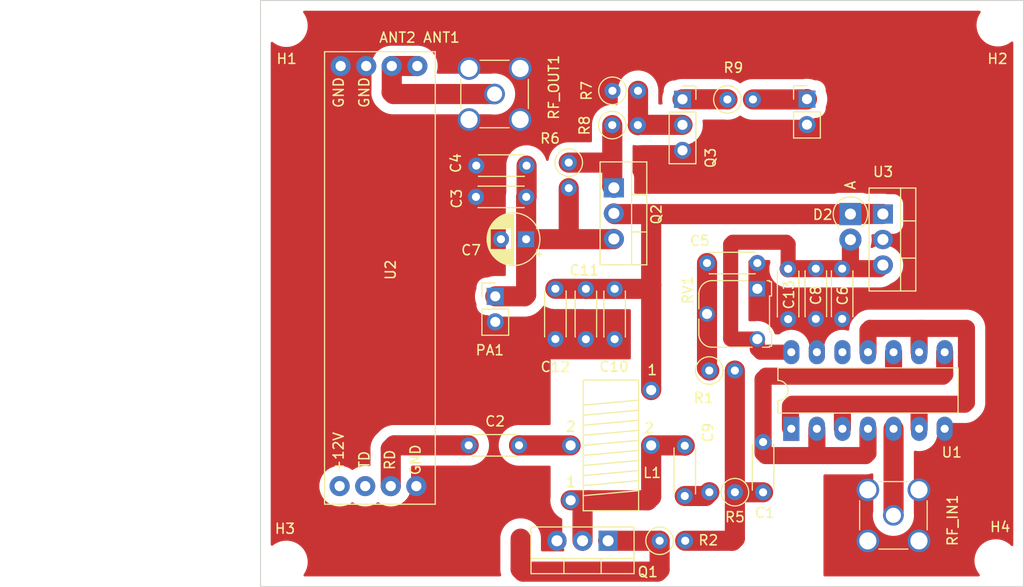
<source format=kicad_pcb>
(kicad_pcb (version 20211014) (generator pcbnew)
  (layers (0 "F.Cu" signal) (31 "B.Cu" signal) (35 "F.Paste" user) (37 "F.SilkS" user "F.Silkscreen") (38 "B.Mask" user) (39 "F.Mask" user) (44 "Edge.Cuts" user))
  (net 0 "")
  (net 1 "GND")
  (net 2 "+6V")
  (net 3 "Net-(C2-Pad2)")
  (net 4 "+VDC")
  (net 5 "Net-(U1-Pad1)")
  (net 6 "Net-(C5-Pad1)")
  (net 8 "Net-(RF_IN1-Pad1)")
  (net 9 "Net-(RF_OUT1-Pad1)")
  (net 10 "Net-(Q1-Pad1)")
  (net 11 "/RF_IN")
  (net 12 "/RF_OUT")
  (net 13 "/DRAIN")
  (net 15 "Net-(C9-Pad2)")
  (net 17 "Net-(C10-Pad1)")
  (net 18 "Net-(PTT1-Pad1)")
  (net 19 "Net-(Q2-Pad1)")
  (net 20 "Net-(Q3-Pad1)")
  (net 21 "Net-(Q3-Pad2)")
  (net 22 "Net-(C1-Pad2)")
  (footprint "footprints:uSDX_LPF_Band_Module" (layer "F.Cu") (at 41.115 110.545 90)
    (fp_text reference "U2" (at 24.308 38.56 270) (layer "F.SilkS"))
    (fp_text value "uSDX_LPF_BAND_MODULE (100v caps)")
    (fp_text user "TD" (at 5.41 35.95 270) (layer "F.SilkS"))
    (fp_text user "GND" (at 41.95 35.94 270) (layer "F.SilkS"))
    (fp_text user "GND" (at 5.41 41.03 270) (layer "F.SilkS"))
    (fp_text user "RD" (at 5.41 38.49 270) (layer "F.SilkS"))
    (fp_text user "+12V" (at 6.17 33.39 270) (layer "F.SilkS"))
    (fp_text user "GND" (at 41.95 33.4 270) (layer "F.SilkS"))
    (fp_text user "ANT1" (at 47.415 43.615) (layer "F.SilkS"))
    (fp_text user "ANT2" (at 47.41 39.25) (layer "F.SilkS"))
    (pad "1" thru_hole circle locked (at 2.8 33.5 270) (size 2 2) (drill 1.016) (layers *.Cu *.Mask))
    (pad "2" thru_hole circle locked (at 2.8 36.04 270) (size 2 2) (drill 1.016) (layers *.Cu *.Mask))
    (pad "3" thru_hole circle locked (at 2.8 38.58 270) (size 2 2) (drill 1.016) (layers *.Cu *.Mask) (net 12 "/RF_OUT"))
    (pad "4" thru_hole circle locked (at 2.8 41.12 270) (size 2 2) (drill 1.016) (layers *.Cu *.Mask) (net 1 "GND"))
    (pad "5" thru_hole circle locked (at 44.58 41.22 270) (size 2 2) (drill 1.016) (layers *.Cu *.Mask) (net 9 "Net-(RF_OUT1-Pad1)"))
    (pad "6" thru_hole circle locked (at 44.58 38.68 270) (size 2 2) (drill 1.016) (layers *.Cu *.Mask) (net 9 "Net-(RF_OUT1-Pad1)"))
    (pad "7" thru_hole circle locked (at 44.58 36.14 270) (size 2 2) (drill 1.016) (layers *.Cu *.Mask) (net 1 "GND"))
    (pad "8" thru_hole circle locked (at 44.58 33.6 270) (size 2 2) (drill 1.016) (layers *.Cu *.Mask) (net 1 "GND"))
  )
  (footprint "footprints:Potentiometer_Runtron_RM-065_Vertical_" (layer "F.Cu") (at 116.12 88.12 -90)
    (fp_text reference "RV1" (at 0.11 6.92 -90) (layer "F.SilkS"))
    (fp_text value "5k" hide)
    (pad "1" thru_hole rect (at 0 0 270) (size 1.55 1.55) (drill 1) (layers *.Cu *.Mask) (net 1 "GND"))
    (pad "2" thru_hole circle (at 2.5 5 270) (size 1.55 1.55) (drill 1) (layers *.Cu *.Mask) (net 6 "Net-(C5-Pad1)"))
    (pad "3" thru_hole circle (at 5 0 270) (size 1.55 1.55) (drill 1) (layers *.Cu *.Mask) (net 2 "+6V"))
  )
  (footprint "Resistor_THT:R_Axial_DIN0207_L6.3mm_D2.5mm_P2.54mm_Vertical" (layer "F.Cu") (at 106.41 113.18)
    (fp_text reference "R2" (at 4.84 -0.05) (layer "F.SilkS"))
    (fp_text value "10 / 2.2" hide)
    (pad "1" thru_hole circle locked (at 0 0) (size 1.6 1.6) (drill 0.8) (layers *.Cu *.Mask) (net 10 "Net-(Q1-Pad1)"))
    (pad "2" thru_hole oval locked (at 2.54 0) (size 1.6 1.6) (drill 0.8) (layers *.Cu *.Mask) (net 11 "/RF_IN"))
  )
  (footprint "Capacitor_THT:C_Disc_D4.3mm_W1.9mm_P5.00mm" (layer "F.Cu") (at 111.12 85.56)
    (fp_text reference "C5" (at -0.72 -2.21 180) (layer "F.SilkS"))
    (fp_text value "100nF" hide)
    (pad "1" thru_hole circle locked (at 0 0) (size 1.6 1.6) (drill 0.8) (layers *.Cu *.Mask) (net 6 "Net-(C5-Pad1)"))
    (pad "2" thru_hole circle locked (at 5 0) (size 1.6 1.6) (drill 0.8) (layers *.Cu *.Mask) (net 1 "GND"))
  )
  (footprint "Capacitor_THT:C_Disc_D4.3mm_W1.9mm_P5.00mm" (layer "F.Cu") (at 93.19 75.87 180)
    (fp_text reference "C4" (at 7.03 0.25 90) (layer "F.SilkS"))
    (fp_text value "100nF" hide)
    (pad "1" thru_hole circle locked (at 0 0 180) (size 1.6 1.6) (drill 0.8) (layers *.Cu *.Mask) (net 4 "+VDC"))
    (pad "2" thru_hole circle locked (at 5 0 180) (size 1.6 1.6) (drill 0.8) (layers *.Cu *.Mask) (net 1 "GND"))
  )
  (footprint "Package_DIP:DIP-14_W7.62mm_LongPads" (layer "F.Cu") (at 119.495 102.045 90)
    (fp_text reference "U1" (at -2.345 15.945 180) (layer "F.SilkS"))
    (fp_text value "74ACT04" hide)
    (pad "1" thru_hole rect locked (at 0 0 90) (size 2.4 1.6) (drill 0.8) (layers *.Cu *.Mask) (net 5 "Net-(U1-Pad1)"))
    (pad "2" thru_hole oval locked (at 0 2.54 90) (size 2.4 1.6) (drill 0.8) (layers *.Cu *.Mask) (net 22 "Net-(C1-Pad2)"))
    (pad "3" thru_hole oval locked (at 0 5.08 90) (size 2.4 1.6) (drill 0.8) (layers *.Cu *.Mask) (net 5 "Net-(U1-Pad1)"))
    (pad "4" thru_hole oval locked (at 0 7.62 90) (size 2.4 1.6) (drill 0.8) (layers *.Cu *.Mask) (net 22 "Net-(C1-Pad2)"))
    (pad "5" thru_hole oval locked (at 0 10.16 90) (size 2.4 1.6) (drill 0.8) (layers *.Cu *.Mask) (net 8 "Net-(RF_IN1-Pad1)"))
    (pad "6" thru_hole oval locked (at 0 12.7 90) (size 2.4 1.6) (drill 0.8) (layers *.Cu *.Mask) (net 5 "Net-(U1-Pad1)"))
    (pad "7" thru_hole oval locked (at 0 15.24 90) (size 2.4 1.6) (drill 0.8) (layers *.Cu *.Mask) (net 1 "GND"))
    (pad "8" thru_hole oval locked (at 7.62 15.24 90) (size 2.4 1.6) (drill 0.8) (layers *.Cu *.Mask) (net 22 "Net-(C1-Pad2)"))
    (pad "9" thru_hole oval locked (at 7.62 12.7 90) (size 2.4 1.6) (drill 0.8) (layers *.Cu *.Mask) (net 5 "Net-(U1-Pad1)"))
    (pad "10" thru_hole oval locked (at 7.62 10.16 90) (size 2.4 1.6) (drill 0.8) (layers *.Cu *.Mask) (net 22 "Net-(C1-Pad2)"))
    (pad "11" thru_hole oval locked (at 7.62 7.62 90) (size 2.4 1.6) (drill 0.8) (layers *.Cu *.Mask) (net 5 "Net-(U1-Pad1)"))
    (pad "12" thru_hole oval locked (at 7.62 5.08 90) (size 2.4 1.6) (drill 0.8) (layers *.Cu *.Mask))
    (pad "13" thru_hole oval locked (at 7.62 2.54 90) (size 2.4 1.6) (drill 0.8) (layers *.Cu *.Mask) (net 1 "GND"))
    (pad "14" thru_hole oval locked (at 7.62 0 90) (size 2.4 1.6) (drill 0.8) (layers *.Cu *.Mask) (net 2 "+6V"))
  )
  (footprint "Capacitor_THT:C_Disc_D4.3mm_W1.9mm_P5.00mm" (layer "F.Cu") (at 116.69 108.36 90)
    (fp_text reference "C1" (at -2.04 0.16 180) (layer "F.SilkS"))
    (fp_text value "100nF" hide)
    (pad "1" thru_hole circle locked (at 0 0 90) (size 1.6 1.6) (drill 0.8) (layers *.Cu *.Mask) (net 11 "/RF_IN"))
    (pad "2" thru_hole circle locked (at 5 0 90) (size 1.6 1.6) (drill 0.8) (layers *.Cu *.Mask) (net 22 "Net-(C1-Pad2)"))
  )
  (footprint "Capacitor_THT:C_Disc_D4.3mm_W1.9mm_P5.00mm" (layer "F.Cu") (at 87.44 103.69)
    (fp_text reference "C2" (at 2.62 -2.39) (layer "F.SilkS"))
    (fp_text value "100nF (100v)" hide)
    (pad "1" thru_hole circle locked (at 0 0) (size 1.6 1.6) (drill 0.8) (layers *.Cu *.Mask) (net 12 "/RF_OUT"))
    (pad "2" thru_hole circle locked (at 5 0) (size 1.6 1.6) (drill 0.8) (layers *.Cu *.Mask) (net 3 "Net-(C2-Pad2)"))
  )
  (footprint "Connector_Coaxial:SMA_Amphenol_901-144_Vertical" (layer "F.Cu") (at 129.64 110.65)
    (fp_text reference "RF_IN1" (at 5.88 0.5 90) (layer "F.SilkS"))
    (fp_text value "Conn_Coaxial" hide)
    (pad "1" thru_hole circle locked (at 0 0) (size 2.05 2.05) (drill 1.5) (layers *.Cu *.Mask) (net 8 "Net-(RF_IN1-Pad1)"))
    (pad "2" thru_hole circle locked (at -2.54 2.54) (size 2.25 2.25) (drill 1.7) (layers *.Cu *.Mask) (net 1 "GND"))
    (pad "2" thru_hole circle locked (at 2.54 -2.54) (size 2.25 2.25) (drill 1.7) (layers *.Cu *.Mask) (net 1 "GND"))
    (pad "2" thru_hole circle locked (at -2.54 -2.54) (size 2.25 2.25) (drill 1.7) (layers *.Cu *.Mask) (net 1 "GND"))
    (pad "2" thru_hole circle locked (at 2.54 2.54) (size 2.25 2.25) (drill 1.7) (layers *.Cu *.Mask) (net 1 "GND"))
  )
  (footprint "Capacitor_THT:C_Disc_D4.3mm_W1.9mm_P5.00mm" (layer "F.Cu") (at 124.55 91.12 90)
    (fp_text reference "C6" (at 2.32 0.04 270) (layer "F.SilkS"))
    (fp_text value "100nF" hide)
    (pad "1" thru_hole circle locked (at 0 0 90) (size 1.6 1.6) (drill 0.8) (layers *.Cu *.Mask) (net 1 "GND"))
    (pad "2" thru_hole circle locked (at 5 0 90) (size 1.6 1.6) (drill 0.8) (layers *.Cu *.Mask) (net 2 "+6V"))
  )
  (footprint "Package_TO_SOT_THT:TO-220-3_Vertical" (layer "F.Cu") (at 101.29 113.18 180)
    (fp_text reference "Q1" (at -3.94 -3.11) (layer "F.SilkS"))
    (fp_text value "\"Finals\"" hide)
    (pad "1" thru_hole rect locked (at 0 0 180) (size 1.905 2) (drill 1.1) (layers *.Cu *.Mask) (net 10 "Net-(Q1-Pad1)"))
    (pad "2" thru_hole oval locked (at 2.54 0 180) (size 1.905 2) (drill 1.1) (layers *.Cu *.Mask) (net 13 "/DRAIN"))
    (pad "3" thru_hole oval locked (at 5.08 0 180) (size 1.905 2) (drill 1.1) (layers *.Cu *.Mask) (net 1 "GND"))
  )
  (footprint "Connector_Coaxial:SMA_Amphenol_901-144_Vertical" (layer "F.Cu") (at 90.01 68.75)
    (fp_text reference "RF_OUT1" (at 5.89 -0.67 90) (layer "F.SilkS"))
    (fp_text value "Conn_Coaxial" hide)
    (pad "1" thru_hole circle locked (at 0 0) (size 2.05 2.05) (drill 1.5) (layers *.Cu *.Mask) (net 9 "Net-(RF_OUT1-Pad1)"))
    (pad "2" thru_hole circle locked (at 2.54 -2.54) (size 2.25 2.25) (drill 1.7) (layers *.Cu *.Mask) (net 1 "GND"))
    (pad "2" thru_hole circle locked (at 2.54 2.54) (size 2.25 2.25) (drill 1.7) (layers *.Cu *.Mask) (net 1 "GND"))
    (pad "2" thru_hole circle locked (at -2.54 2.54) (size 2.25 2.25) (drill 1.7) (layers *.Cu *.Mask) (net 1 "GND"))
    (pad "2" thru_hole circle locked (at -2.54 -2.54) (size 2.25 2.25) (drill 1.7) (layers *.Cu *.Mask) (net 1 "GND"))
  )
  (footprint "Resistor_THT:R_Axial_DIN0207_L6.3mm_D2.5mm_P2.54mm_Vertical" (layer "F.Cu") (at 111.345 96.25)
    (fp_text reference "R1" (at -0.555 2.726 180) (layer "F.SilkS"))
    (fp_text value "3.3k" hide)
    (pad "1" thru_hole circle locked (at 0 0) (size 1.6 1.6) (drill 0.8) (layers *.Cu *.Mask) (net 6 "Net-(C5-Pad1)"))
    (pad "2" thru_hole oval locked (at 2.54 0) (size 1.6 1.6) (drill 0.8) (layers *.Cu *.Mask) (net 11 "/RF_IN"))
  )
  (footprint "Connector_PinHeader_2.54mm:PinHeader_1x02_P2.54mm_Vertical" (layer "F.Cu") (at 90.08 88.87)
    (fp_text reference "PA1" (at -0.54 5.36) (layer "F.SilkS"))
    (fp_text value "VDC" hide)
    (pad "1" thru_hole rect locked (at 0 0) (size 1.7 1.7) (drill 1) (layers *.Cu *.Mask) (net 4 "+VDC"))
    (pad "2" thru_hole oval locked (at 0 2.54) (size 1.7 1.7) (drill 1) (layers *.Cu *.Mask) (net 1 "GND"))
  )
  (footprint "Resistor_THT:R_Axial_DIN0207_L6.3mm_D2.5mm_P2.54mm_Vertical" (layer "F.Cu") (at 113.145 69.29)
    (fp_text reference "R9" (at 0.595 -3.16 180) (layer "F.SilkS"))
    (fp_text value "10k" hide)
    (pad "1" thru_hole circle (at 0 0) (size 1.6 1.6) (drill 0.8) (layers *.Cu *.Mask) (net 20 "Net-(Q3-Pad1)"))
    (pad "2" thru_hole oval (at 2.54 0) (size 1.6 1.6) (drill 0.8) (layers *.Cu *.Mask) (net 18 "Net-(PTT1-Pad1)"))
  )
  (footprint "Capacitor_THT:C_Disc_D4.3mm_W1.9mm_P5.00mm" (layer "F.Cu") (at 96.05 88.12 -90)
    (fp_text reference "C12" (at 7.77 0.01) (layer "F.SilkS"))
    (fp_text value "0.1u" hide)
    (pad "1" thru_hole circle (at 0 0 270) (size 1.6 1.6) (drill 0.8) (layers *.Cu *.Mask) (net 17 "Net-(C10-Pad1)"))
    (pad "2" thru_hole circle (at 5 0 270) (size 1.6 1.6) (drill 0.8) (layers *.Cu *.Mask) (net 1 "GND"))
  )
  (footprint "Connector_PinHeader_2.54mm:PinHeader_1x02_P2.54mm_Vertical" (layer "F.Cu") (at 121.05 69.255)
    (fp_text reference "PTT1" hide)
    (fp_text value "PTT" hide)
    (pad "1" thru_hole rect (at 0 0) (size 1.7 1.7) (drill 1) (layers *.Cu *.Mask) (net 18 "Net-(PTT1-Pad1)"))
    (pad "2" thru_hole oval (at 0 2.54) (size 1.7 1.7) (drill 1) (layers *.Cu *.Mask) (net 1 "GND"))
  )
  (footprint "Diode_THT:D_DO-41_SOD81_P2.54mm_Vertical_AnodeUp" (layer "F.Cu") (at 125.37 80.69 -90)
    (fp_text reference "D2" (at 0.06 2.76 180) (layer "F.SilkS"))
    (fp_text value "1N4007" hide)
    (fp_text user "A" (at -2.87 0 90) (layer "F.SilkS"))
    (pad "1" thru_hole rect (at 0 0 270) (size 2.2 2.2) (drill 1.1) (layers *.Cu *.Mask) (net 17 "Net-(C10-Pad1)"))
    (pad "2" thru_hole oval (at 2.54 0 270) (size 2.2 2.2) (drill 1.1) (layers *.Cu *.Mask) (net 2 "+6V"))
  )
  (footprint "Capacitor_THT:CP_Radial_D5.0mm_P2.50mm" (layer "F.Cu") (at 93.145113 83.19 180)
    (fp_text reference "C7" (at 5.47 -1.09) (layer "F.SilkS"))
    (fp_text value "22uF 25v" hide)
    (pad "1" thru_hole rect locked (at 0 0 180) (size 1.6 1.6) (drill 0.8) (layers *.Cu *.Mask) (net 4 "+VDC"))
    (pad "2" thru_hole circle locked (at 2.5 0 180) (size 1.6 1.6) (drill 0.8) (layers *.Cu *.Mask) (net 1 "GND"))
  )
  (footprint "Resistor_THT:R_Axial_DIN0207_L6.3mm_D2.5mm_P2.54mm_Vertical" (layer "F.Cu") (at 113.89 108.35 180)
    (fp_text reference "R5" (at 0 -2.48) (layer "F.SilkS"))
    (fp_text value "680" hide)
    (pad "1" thru_hole circle locked (at 0 0 180) (size 1.6 1.6) (drill 0.8) (layers *.Cu *.Mask) (net 11 "/RF_IN"))
    (pad "2" thru_hole oval locked (at 2.54 0 180) (size 1.6 1.6) (drill 0.8) (layers *.Cu *.Mask) (net 15 "Net-(C9-Pad2)"))
  )
  (footprint "Resistor_THT:R_Axial_DIN0207_L6.3mm_D2.5mm_P2.54mm_Vertical" (layer "F.Cu") (at 101.725 68.43)
    (fp_text reference "R7" (at -2.575 0 270) (layer "F.SilkS"))
    (fp_text value "100k" hide)
    (pad "1" thru_hole circle (at 0 0) (size 1.6 1.6) (drill 0.8) (layers *.Cu *.Mask) (net 1 "GND"))
    (pad "2" thru_hole oval (at 2.54 0) (size 1.6 1.6) (drill 0.8) (layers *.Cu *.Mask) (net 21 "Net-(Q3-Pad2)"))
  )
  (footprint "Capacitor_THT:C_Disc_D4.3mm_W1.9mm_P5.00mm" (layer "F.Cu") (at 99.08 88.13 -90)
    (fp_text reference "C11" (at -1.85 0.16 180) (layer "F.SilkS"))
    (fp_text value "1nF" hide)
    (pad "1" thru_hole circle (at 0 0 270) (size 1.6 1.6) (drill 0.8) (layers *.Cu *.Mask) (net 17 "Net-(C10-Pad1)"))
    (pad "2" thru_hole circle (at 5 0 270) (size 1.6 1.6) (drill 0.8) (layers *.Cu *.Mask) (net 1 "GND"))
  )
  (footprint "Package_TO_SOT_THT:TO-220-3_Vertical" (layer "F.Cu") (at 101.865 78.08 -90)
    (fp_text reference "Q2" (at 2.64 -4.225 90) (layer "F.SilkS"))
    (fp_text value "IRF9540N" hide)
    (pad "1" thru_hole rect (at 0 0 270) (size 1.905 2) (drill 1.1) (layers *.Cu *.Mask) (net 19 "Net-(Q2-Pad1)"))
    (pad "2" thru_hole oval (at 2.54 0 270) (size 1.905 2) (drill 1.1) (layers *.Cu *.Mask) (net 17 "Net-(C10-Pad1)"))
    (pad "3" thru_hole oval (at 5.08 0 270) (size 1.905 2) (drill 1.1) (layers *.Cu *.Mask) (net 4 "+VDC"))
  )
  (footprint "MountingHole:MountingHole_2.2mm_M2" (layer "F.Cu") (at 140.02 61.9)
    (fp_text reference "H2" (at -0.03 3.35) (layer "F.SilkS"))
    (fp_text value "MountingHole" hide)
    (pad "" np_thru_hole circle (at 0 0) (size 2.2 2.2) (drill 2.2) (layers *.Cu *.Mask))
  )
  (footprint "MountingHole:MountingHole_2.2mm_M2" (layer "F.Cu") (at 69.32 61.95)
    (fp_text reference "H1" (at 0.03 3.3) (layer "F.SilkS"))
    (fp_text value "MountingHole" hide)
    (pad "" np_thru_hole circle (at 0 0) (size 2.2 2.2) (drill 2.2) (layers *.Cu *.Mask))
  )
  (footprint "Resistor_THT:R_Axial_DIN0207_L6.3mm_D2.5mm_P2.54mm_Vertical" (layer "F.Cu") (at 97.38 75.57 -90)
    (fp_text reference "R6" (at -2.4 1.86 180) (layer "F.SilkS"))
    (fp_text value "10k")
    (pad "1" thru_hole circle (at 0 0 270) (size 1.6 1.6) (drill 0.8) (layers *.Cu *.Mask) (net 19 "Net-(Q2-Pad1)"))
    (pad "2" thru_hole oval (at 2.54 0 270) (size 1.6 1.6) (drill 0.8) (layers *.Cu *.Mask) (net 4 "+VDC"))
  )
  (footprint "Capacitor_THT:C_Disc_D4.3mm_W1.9mm_P5.00mm" (layer "F.Cu") (at 108.91 103.73 -90)
    (fp_text reference "C9" (at -1.3 -2.3 90) (layer "F.SilkS"))
    (fp_text value "0.1u 100v" hide)
    (pad "1" thru_hole circle locked (at 0 0 270) (size 1.6 1.6) (drill 0.8) (layers *.Cu *.Mask) (net 13 "/DRAIN"))
    (pad "2" thru_hole circle locked (at 5 0 270) (size 1.6 1.6) (drill 0.8) (layers *.Cu *.Mask) (net 15 "Net-(C9-Pad2)"))
  )
  (footprint "MountingHole:MountingHole_2.2mm_M2" (layer "F.Cu") (at 139.82 115.15)
    (fp_text reference "H4" (at 0.43 -3.34) (layer "F.SilkS"))
    (fp_text value "MountingHole" hide)
    (pad "" np_thru_hole circle (at 0 0) (size 2.2 2.2) (drill 2.2) (layers *.Cu *.Mask))
  )
  (footprint "Connector_PinSocket_2.54mm:PinSocket_1x03_P2.54mm_Vertical" (layer "F.Cu") (at 108.685 69.275)
    (fp_text reference "Q3" (at 2.79 5.83 90) (layer "F.SilkS"))
    (fp_text value "2N7000" hide)
    (pad "1" thru_hole rect (at 0 0) (size 1.7 1.7) (drill 1) (layers *.Cu *.Mask) (net 20 "Net-(Q3-Pad1)"))
    (pad "2" thru_hole oval (at 0 2.54) (size 1.7 1.7) (drill 1) (layers *.Cu *.Mask) (net 21 "Net-(Q3-Pad2)"))
    (pad "3" thru_hole oval (at 0 5.08) (size 1.7 1.7) (drill 1) (layers *.Cu *.Mask) (net 1 "GND"))
  )
  (footprint "MountingHole:MountingHole_2.2mm_M2" (layer "F.Cu") (at 69.32 115.29)
    (fp_text reference "H3" (at -0.14 -3.31) (layer "F.SilkS"))
    (fp_text value "MountingHole" hide)
    (pad "" np_thru_hole circle (at 0 0) (size 2.2 2.2) (drill 2.2) (layers *.Cu *.Mask))
  )
  (footprint "Package_TO_SOT_THT:TO-220-3_Vertical" (layer "F.Cu") (at 128.595 80.68 -90)
    (fp_text reference "U3" (at -4.185 -0.02) (layer "F.SilkS"))
    (fp_text value "7806_TO220" hide)
    (pad "1" thru_hole rect locked (at 0 0 270) (size 1.905 2) (drill 1.1) (layers *.Cu *.Mask) (net 17 "Net-(C10-Pad1)"))
    (pad "2" thru_hole oval locked (at 2.54 0 270) (size 1.905 2) (drill 1.1) (layers *.Cu *.Mask) (net 1 "GND"))
    (pad "3" thru_hole oval locked (at 5.08 0 270) (size 1.905 2) (drill 1.1) (layers *.Cu *.Mask) (net 2 "+6V"))
  )
  (footprint "footprints:FT50-43 Transformer" (layer "F.Cu") (at 101.57 111.695 180)
    (fp_text reference "L1" (at -4.094 5.269 unlocked) (layer "F.SilkS"))
    (fp_text value "RFC1" hide)
    (pad "1" thru_hole circle locked (at 4 2.54 180) (size 1.7 1.7) (drill 1) (layers *.Cu *.Mask) (net 13 "/DRAIN"))
    (pad "2" thru_hole circle locked (at -4 13.5 180) (size 1.7 1.7) (drill 1) (layers *.Cu *.Mask) (net 17 "Net-(C10-Pad1)"))
    (pad "3" thru_hole circle locked (at 4 8 180) (size 1.7 1.7) (drill 1) (layers *.Cu *.Mask) (net 3 "Net-(C2-Pad2)"))
    (pad "4" thru_hole circle locked (at -4 8 180) (size 1.7 1.7) (drill 1) (layers *.Cu *.Mask) (net 13 "/DRAIN"))
  )
  (footprint "Capacitor_THT:C_Disc_D4.3mm_W1.9mm_P5.00mm" (layer "F.Cu") (at 119.18 86.14 -90)
    (fp_text reference "C13" (at 2.57 -0.08 90) (layer "F.SilkS"))
    (fp_text value "1nF" hide)
    (pad "1" thru_hole circle (at 0 0 270) (size 1.6 1.6) (drill 0.8) (layers *.Cu *.Mask) (net 2 "+6V"))
    (pad "2" thru_hole circle (at 5 0 270) (size 1.6 1.6) (drill 0.8) (layers *.Cu *.Mask) (net 1 "GND"))
  )
  (footprint "Resistor_THT:R_Axial_DIN0207_L6.3mm_D2.5mm_P2.54mm_Vertical" (layer "F.Cu") (at 101.705 71.84)
    (fp_text reference "R8" (at -2.755 0.04 90) (layer "F.SilkS"))
    (fp_text value "4k7" hide)
    (pad "1" thru_hole circle (at 0 0) (size 1.6 1.6) (drill 0.8) (layers *.Cu *.Mask) (net 19 "Net-(Q2-Pad1)"))
    (pad "2" thru_hole oval (at 2.54 0) (size 1.6 1.6) (drill 0.8) (layers *.Cu *.Mask) (net 21 "Net-(Q3-Pad2)"))
  )
  (footprint "Capacitor_THT:C_Disc_D4.3mm_W1.9mm_P5.00mm" (layer "F.Cu") (at 93.16 78.98 180)
    (fp_text reference "C3" (at 6.92 -0.18 90) (layer "F.SilkS"))
    (fp_text value "100nF" hide)
    (pad "1" thru_hole circle (at 0 0 180) (size 1.6 1.6) (drill 0.8) (layers *.Cu *.Mask) (net 4 "+VDC"))
    (pad "2" thru_hole circle (at 5 0 180) (size 1.6 1.6) (drill 0.8) (layers *.Cu *.Mask) (net 1 "GND"))
  )
  (footprint "Capacitor_THT:C_Disc_D4.3mm_W1.9mm_P5.00mm" (layer "F.Cu") (at 121.93 86.12 -90)
    (fp_text reference "C8" (at 2.65 -0.01 90) (layer "F.SilkS"))
    (fp_text value "100nF" hide)
    (pad "1" thru_hole circle locked (at 0 0 270) (size 1.6 1.6) (drill 0.8) (layers *.Cu *.Mask) (net 2 "+6V"))
    (pad "2" thru_hole circle locked (at 5 0 270) (size 1.6 1.6) (drill 0.8) (layers *.Cu *.Mask) (net 1 "GND"))
  )
  (footprint "Capacitor_THT:C_Disc_D4.3mm_W1.9mm_P5.00mm" (layer "F.Cu") (at 101.94 88.13 -90)
    (fp_text reference "C10" (at 7.73 0.06 180) (layer "F.SilkS"))
    (fp_text value "100nF" hide)
    (pad "1" thru_hole circle (at 0 0 270) (size 1.6 1.6) (drill 0.8) (layers *.Cu *.Mask) (net 17 "Net-(C10-Pad1)"))
    (pad "2" thru_hole circle (at 5 0 270) (size 1.6 1.6) (drill 0.8) (layers *.Cu *.Mask) (net 1 "GND"))
  )
  (gr_rect (start 66.75 59.45) (end 142.57 117.74) (layer "Edge.Cuts") (width 0.1) (fill none))
  (gr_text "2" (at 97.6 101.83) (layer "F.SilkS") (effects (font (size 1 1))))
  (gr_text "2" (at 105.37 101.96) (layer "F.SilkS") (effects (font (size 1 1))))
  (gr_text "1" (at 97.6 107.35) (layer "F.SilkS") (effects (font (size 1 1))))
  (gr_text "1" (at 105.68 96.2) (layer "F.SilkS") (effects (font (size 1 1))))
  (segment (start 116.445 94.425) (end 116.12 94.1) (width 1.5) (layer "F.Cu") (net 2))
  (segment (start 113.68 83.49) (end 118.99 83.49) (width 1.5) (layer "F.Cu") (net 2))
  (segment (start 121.93 86.12) (end 119.2 86.12) (width 1.7) (layer "F.Cu") (net 2))
  (segment (start 116.12 93.12) (end 113.5 93.12) (width 1.5) (layer "F.Cu") (net 2))
  (segment (start 125.37 83.23) (end 125.37 85.59) (width 1.7) (layer "F.Cu") (net 2))
  (segment (start 113.47 83.7) (end 113.68 83.49) (width 1.5) (layer "F.Cu") (net 2))
  (segment (start 119.18 83.68) (end 119.18 86.14) (width 1.5) (layer "F.Cu") (net 2))
  (segment (start 124.55 86.12) (end 125.9 86.12) (width 1.7) (layer "F.Cu") (net 2))
  (segment (start 118.99 83.49) (end 119.18 83.68) (width 1.5) (layer "F.Cu") (net 2))
  (segment (start 125.37 85.59) (end 125.9 86.12) (width 1.7) (layer "F.Cu") (net 2))
  (segment (start 121.93 86.12) (end 124.55 86.12) (width 1.7) (layer "F.Cu") (net 2))
  (segment (start 128.235 86.12) (end 128.595 85.76) (width 1.7) (layer "F.Cu") (net 2))
  (segment (start 119.495 94.425) (end 116.445 94.425) (width 1.5) (layer "F.Cu") (net 2))
  (segment (start 119.2 86.12) (end 119.18 86.14) (width 1.7) (layer "F.Cu") (net 2))
  (segment (start 113.47 93.09) (end 113.47 83.7) (width 1.5) (layer "F.Cu") (net 2))
  (segment (start 116.12 94.1) (end 116.12 93.12) (width 1.5) (layer "F.Cu") (net 2))
  (segment (start 125.9 86.12) (end 128.235 86.12) (width 1.7) (layer "F.Cu") (net 2))
  (segment (start 113.5 93.12) (end 113.47 93.09) (width 1.5) (layer "F.Cu") (net 2))
  (segment (start 97.57 103.695) (end 92.445 103.695) (width 2) (layer "F.Cu") (net 3))
  (segment (start 92.445 103.695) (end 92.44 103.69) (width 2) (layer "F.Cu") (net 3))
  (segment (start 97.38 78.11) (end 97.38 83.15) (width 2) (layer "F.Cu") (net 4))
  (segment (start 101.835 83.19) (end 101.865 83.16) (width 2) (layer "F.Cu") (net 4))
  (segment (start 97.38 83.15) (end 97.42 83.19) (width 2) (layer "F.Cu") (net 4))
  (segment (start 93.145113 83.19) (end 97.42 83.19) (width 2) (layer "F.Cu") (net 4))
  (segment (start 93.145113 88.714887) (end 93.145113 83.19) (width 2) (layer "F.Cu") (net 4))
  (segment (start 93.19 75.87) (end 93.19 78.95) (width 2) (layer "F.Cu") (net 4))
  (segment (start 97.42 83.19) (end 101.835 83.19) (width 2) (layer "F.Cu") (net 4))
  (segment (start 90.08 88.87) (end 92.99 88.87) (width 2) (layer "F.Cu") (net 4))
  (segment (start 92.99 88.87) (end 93.145113 88.714887) (width 2) (layer "F.Cu") (net 4))
  (segment (start 93.145113 83.19) (end 93.145113 78.994887) (width 2) (layer "F.Cu") (net 4))
  (segment (start 93.19 78.95) (end 93.16 78.98) (width 2) (layer "F.Cu") (net 4))
  (segment (start 93.145113 78.994887) (end 93.16 78.98) (width 2) (layer "F.Cu") (net 4))
  (segment (start 119.41 99.78) (end 119.41 101.96) (width 1.7) (layer "F.Cu") (net 5))
  (segment (start 119.41 101.96) (end 119.495 102.045) (width 1) (layer "F.Cu") (net 5))
  (segment (start 132.39 92.06) (end 127.32 92.06) (width 1.7) (layer "F.Cu") (net 5))
  (segment (start 136.9 99.43) (end 136.73 99.6) (width 1.7) (layer "F.Cu") (net 5))
  (segment (start 119.59 99.6) (end 119.41 99.78) (width 1) (layer "F.Cu") (net 5))
  (segment (start 132.195 94.425) (end 132.195 92.255) (width 1.7) (layer "F.Cu") (net 5))
  (segment (start 132.39 92.06) (end 136.9 92.06) (width 1.7) (layer "F.Cu") (net 5))
  (segment (start 136.73 99.6) (end 132.05 99.6) (width 1.7) (layer "F.Cu") (net 5))
  (segment (start 136.9 92.06) (end 136.9 99.43) (width 1.7) (layer "F.Cu") (net 5))
  (segment (start 132.195 102.045) (end 132.195 99.745) (width 1.7) (layer "F.Cu") (net 5))
  (segment (start 127.32 92.06) (end 127.115 92.265) (width 1.7) (layer "F.Cu") (net 5))
  (segment (start 132.195 99.745) (end 132.05 99.6) (width 1.7) (layer "F.Cu") (net 5))
  (segment (start 132.195 92.255) (end 132.39 92.06) (width 1.7) (layer "F.Cu") (net 5))
  (segment (start 132.05 99.6) (end 124.86 99.6) (width 1.7) (layer "F.Cu") (net 5))
  (segment (start 124.86 99.6) (end 119.59 99.6) (width 1.7) (layer "F.Cu") (net 5))
  (segment (start 124.575 99.885) (end 124.86 99.6) (width 1.7) (layer "F.Cu") (net 5))
  (segment (start 127.115 92.265) (end 127.115 94.425) (width 1.7) (layer "F.Cu") (net 5))
  (segment (start 124.575 102.045) (end 124.575 99.885) (width 1.7) (layer "F.Cu") (net 5))
  (segment (start 111.12 96.025) (end 111.345 96.25) (width 2) (layer "F.Cu") (net 6))
  (segment (start 111.12 90.62) (end 111.12 96.025) (width 2) (layer "F.Cu") (net 6))
  (segment (start 111.12 90.62) (end 111.12 85.56) (width 2) (layer "F.Cu") (net 6))
  (segment (start 129.655 102.045) (end 129.655 110.635) (width 2) (layer "F.Cu") (net 8))
  (segment (start 129.655 110.635) (end 129.64 110.65) (width 2) (layer "F.Cu") (net 8))
  (segment (start 79.795 68.565) (end 79.795 65.965) (width 2) (layer "F.Cu") (net 9))
  (segment (start 79.78 68.58) (end 79.795 68.565) (width 2) (layer "F.Cu") (net 9))
  (segment (start 82.335 65.965) (end 79.795 65.965) (width 2) (layer "F.Cu") (net 9))
  (segment (start 79.95 68.75) (end 79.78 68.58) (width 2) (layer "F.Cu") (net 9))
  (segment (start 90.01 68.75) (end 79.95 68.75) (width 2) (layer "F.Cu") (net 9))
  (segment (start 92.6 113.4) (end 92.6 116) (width 2) (layer "F.Cu") (net 10))
  (segment (start 92.84999 116.24999) (end 106.20001 116.24999) (width 2) (layer "F.Cu") (net 10))
  (segment (start 101.29 113.18) (end 106.41 113.18) (width 2) (layer "F.Cu") (net 10))
  (segment (start 106.20001 116.24999) (end 106.41 116.04) (width 2) (layer "F.Cu") (net 10))
  (segment (start 92.6 113.4) (end 92.6 112.97) (width 2) (layer "F.Cu") (net 10))
  (segment (start 106.41 116.04) (end 106.41 113.18) (width 2) (layer "F.Cu") (net 10))
  (segment (start 92.6 116) (end 92.84999 116.24999) (width 2) (layer "F.Cu") (net 10))
  (segment (start 113.9 108.36) (end 113.89 108.35) (width 2) (layer "F.Cu") (net 11))
  (segment (start 113.89 112.93) (end 113.89 108.35) (width 2) (layer "F.Cu") (net 11))
  (segment (start 113.885 96.25) (end 113.885 108.345) (width 2) (layer "F.Cu") (net 11))
  (segment (start 116.69 108.36) (end 113.9 108.36) (width 2) (layer "F.Cu") (net 11))
  (segment (start 113.64 113.18) (end 113.89 112.93) (width 2) (layer "F.Cu") (net 11))
  (segment (start 108.95 113.18) (end 113.64 113.18) (width 2) (layer "F.Cu") (net 11))
  (segment (start 113.885 108.345) (end 113.89 108.35) (width 2) (layer "F.Cu") (net 11))
  (segment (start 80.05 103.69) (end 79.695 104.045) (width 2) (layer "F.Cu") (net 12))
  (segment (start 87.44 103.69) (end 80.05 103.69) (width 2) (layer "F.Cu") (net 12))
  (segment (start 79.695 104.045) (end 79.695 107.745) (width 2) (layer "F.Cu") (net 12))
  (segment (start 97.57 109.155) (end 99.379 109.155) (width 2) (layer "F.Cu") (net 13))
  (segment (start 105.221 109.155) (end 105.57 108.806) (width 2) (layer "F.Cu") (net 13))
  (segment (start 98.75 109.784) (end 99.379 109.155) (width 2) (layer "F.Cu") (net 13))
  (segment (start 105.57 108.806) (end 105.57 103.695) (width 2) (layer "F.Cu") (net 13))
  (segment (start 98.75 113.18) (end 98.75 109.784) (width 2) (layer "F.Cu") (net 13))
  (segment (start 108.875 103.695) (end 108.91 103.73) (width 2) (layer "F.Cu") (net 13))
  (segment (start 105.57 103.695) (end 108.875 103.695) (width 2) (layer "F.Cu") (net 13))
  (segment (start 99.379 109.155) (end 105.221 109.155) (width 2) (layer "F.Cu") (net 13))
  (segment (start 108.91 108.73) (end 110.97 108.73) (width 2) (layer "F.Cu") (net 15))
  (segment (start 110.97 108.73) (end 111.35 108.35) (width 2) (layer "F.Cu") (net 15))
  (segment (start 125.38 80.68) (end 125.37 80.69) (width 2) (layer "F.Cu") (net 17))
  (segment (start 105.57 87.75) (end 105.57 81.17) (width 2) (layer "F.Cu") (net 17))
  (segment (start 99.07 88.12) (end 99.08 88.13) (width 2) (layer "F.Cu") (net 17))
  (segment (start 105.19 88.13) (end 105.57 87.75) (width 2) (layer "F.Cu") (net 17))
  (segment (start 101.935 80.69) (end 101.865 80.62) (width 2) (layer "F.Cu") (net 17))
  (segment (start 96.05 88.12) (end 99.07 88.12) (width 2) (layer "F.Cu") (net 17))
  (segment (start 101.94 88.13) (end 99.08 88.13) (width 2) (layer "F.Cu") (net 17))
  (segment (start 105.57 98.195) (end 105.57 87.75) (width 2) (layer "F.Cu") (net 17))
  (segment (start 128.595 80.68) (end 125.38 80.68) (width 2) (layer "F.Cu") (net 17))
  (segment (start 101.94 88.13) (end 105.19 88.13) (width 2) (layer "F.Cu") (net 17))
  (segment (start 125.37 80.69) (end 101.935 80.69) (width 2) (layer "F.Cu") (net 17))
  (segment (start 115.685 69.29) (end 121.015 69.29) (width 2) (layer "F.Cu") (net 18))
  (segment (start 121.015 69.29) (end 121.05 69.255) (width 2) (layer "F.Cu") (net 18))
  (segment (start 101.705 77.92) (end 101.865 78.08) (width 2) (layer "F.Cu") (net 19))
  (segment (start 101.63 75.57) (end 101.705 75.495) (width 2) (layer "F.Cu") (net 19))
  (segment (start 101.705 71.84) (end 101.705 75.495) (width 2) (layer "F.Cu") (net 19))
  (segment (start 97.38 75.57) (end 101.63 75.57) (width 2) (layer "F.Cu") (net 19))
  (segment (start 101.705 75.495) (end 101.705 77.92) (width 2) (layer "F.Cu") (net 19))
  (segment (start 108.685 69.275) (end 113.13 69.275) (width 2) (layer "F.Cu") (net 20))
  (segment (start 113.13 69.275) (end 113.145 69.29) (width 2) (layer "F.Cu") (net 20))
  (segment (start 104.265 68.43) (end 104.265 71.82) (width 2) (layer "F.Cu") (net 21))
  (segment (start 108.685 71.815) (end 104.27 71.815) (width 2) (layer "F.Cu") (net 21))
  (segment (start 104.265 71.82) (end 104.245 71.84) (width 2) (layer "F.Cu") (net 21))
  (segment (start 104.27 71.815) (end 104.245 71.84) (width 2) (layer "F.Cu") (net 21))
  (segment (start 134.735 96.635) (end 134.56 96.81) (width 1.7) (layer "F.Cu") (net 22))
  (segment (start 134.56 96.81) (end 130.08 96.81) (width 1.7) (layer "F.Cu") (net 22))
  (segment (start 117 96.81) (end 116.69 97.12) (width 1.7) (layer "F.Cu") (net 22))
  (segment (start 122.035 104.205) (end 122.54 104.71) (width 1.7) (layer "F.Cu") (net 22))
  (segment (start 116.69 97.12) (end 116.69 103.36) (width 1.7) (layer "F.Cu") (net 22))
  (segment (start 130.08 96.81) (end 117 96.81) (width 1.7) (layer "F.Cu") (net 22))
  (segment (start 116.69 104.44) (end 116.69 103.36) (width 1.7) (layer "F.Cu") (net 22))
  (segment (start 122.54 104.71) (end 116.96 104.71) (width 1.7) (layer "F.Cu") (net 22))
  (segment (start 116.96 104.71) (end 116.69 104.44) (width 1.7) (layer "F.Cu") (net 22))
  (segment (start 127.115 104.465) (end 127.115 102.045) (width 1.7) (layer "F.Cu") (net 22))
  (segment (start 129.655 96.385) (end 130.08 96.81) (width 1.7) (layer "F.Cu") (net 22))
  (segment (start 126.87 104.71) (end 127.115 104.465) (width 1.7) (layer "F.Cu") (net 22))
  (segment (start 122.035 102.045) (end 122.035 104.205) (width 1.7) (layer "F.Cu") (net 22))
  (segment (start 122.54 104.71) (end 126.87 104.71) (width 1.7) (layer "F.Cu") (net 22))
  (segment (start 129.655 94.425) (end 129.655 96.385) (width 1.7) (layer "F.Cu") (net 22))
  (segment (start 134.735 94.425) (end 134.735 96.635) (width 1.7) (layer "F.Cu") (net 22))
  (zone (net 1) (net_name "GND") (layer "F.Cu") (connect_pads yes (clearance 1.016)) (min_thickness 0.254) (fill yes (thermal_gap 0.508) (thermal_bridge_width 0.508))
    (polygon (pts (xy 142.51 117.62) (xy 66.85 117.62) (xy 66.85 59.5) (xy 142.51 59.5)))
  )
  (zone (net 0) (net_name "") (layer "F.Cu") (connect_pads yes (clearance 0)) (min_thickness 0.254)
    (keepout (tracks allowed) (vias allowed) (pads allowed) (copperpour not_allowed) (footprints allowed))
    (fill (thermal_gap 0.508) (thermal_bridge_width 0.508))
    (polygon (pts (xy 111.24 109.1) (xy 95.58 109.1) (xy 95.58 95.14) (xy 111.24 95.14)))
  )
  (zone (net 0) (net_name "") (layer "F.Cu") (connect_pads yes (clearance 0)) (min_thickness 0.254)
    (keepout (tracks allowed) (vias allowed) (pads allowed) (copperpour not_allowed) (footprints allowed))
    (fill (thermal_gap 0.508) (thermal_bridge_width 0.508))
    (polygon (pts (xy 122.69 117) (xy 110.59 117) (xy 110.59 106.3) (xy 122.69 106.3)))
  )
)
</source>
